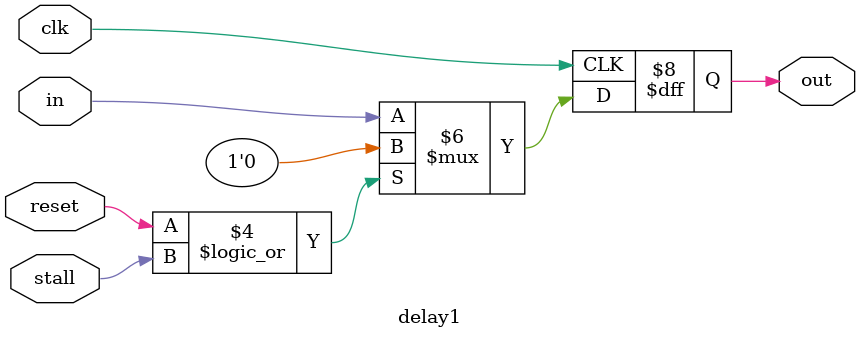
<source format=v>
`timescale 1ns / 1ps
module delay5(
	 input clk,
	 input reset,
	 input stall,
	 input [4:0] in,
	 output reg [4:0] out
    );
	 always @(posedge clk)begin
		if(reset==1||stall==1)begin
			out<=0;
		end
		else begin
			out <= in;
		end
	 end

endmodule

module delay32(
	 input clk,
	 input reset,
	 input stall,
	 input [31:0] in,
	 output reg [31:0] out
	 );
	 always @(posedge clk)begin
		if(reset==1||stall==1)begin
			out<=0;
		end
		else begin
			out <= in;
		end
	 end
endmodule

module delay1(
	 input clk,
	 input reset,
	 input stall,
	 input in,
	 output reg out
	 );
	 always @(posedge clk)begin
		if(reset==1||stall==1)begin
			out<=0;
		end
		else begin
			out <= in;
		end
	 end
endmodule



</source>
